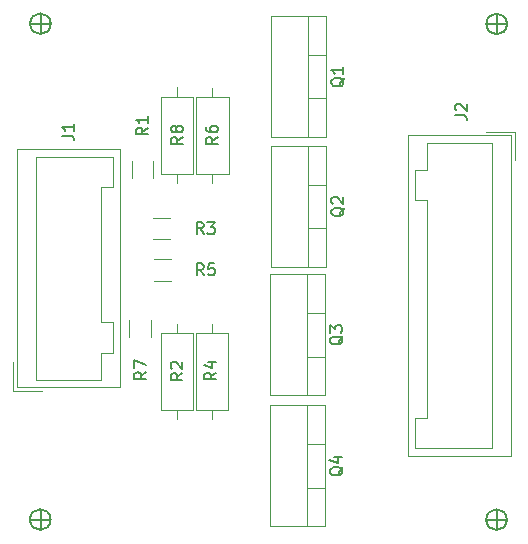
<source format=gbr>
G04 #@! TF.GenerationSoftware,KiCad,Pcbnew,5.1.9*
G04 #@! TF.CreationDate,2021-08-09T17:38:43+02:00*
G04 #@! TF.ProjectId,led_amplifier,6c65645f-616d-4706-9c69-666965722e6b,1*
G04 #@! TF.SameCoordinates,Original*
G04 #@! TF.FileFunction,Legend,Top*
G04 #@! TF.FilePolarity,Positive*
%FSLAX45Y45*%
G04 Gerber Fmt 4.5, Leading zero omitted, Abs format (unit mm)*
G04 Created by KiCad (PCBNEW 5.1.9) date 2021-08-09 17:38:43*
%MOMM*%
%LPD*%
G01*
G04 APERTURE LIST*
%ADD10C,0.150000*%
%ADD11C,0.120000*%
G04 APERTURE END LIST*
D10*
X18280345Y-9900860D02*
G75*
G03*
X18280345Y-9900860I-88025J0D01*
G01*
X18107230Y-9900860D02*
X18278680Y-9900860D01*
X18194860Y-9985950D02*
X18194860Y-9813230D01*
X18279442Y-9899590D02*
G75*
G03*
X18279442Y-9899590I-87122J0D01*
G01*
X14417345Y-9899860D02*
G75*
G03*
X14417345Y-9899860I-88025J0D01*
G01*
X14244230Y-9899860D02*
X14415680Y-9899860D01*
X14331860Y-9984950D02*
X14331860Y-9812230D01*
X14416442Y-9898590D02*
G75*
G03*
X14416442Y-9898590I-87122J0D01*
G01*
X18281345Y-5703860D02*
G75*
G03*
X18281345Y-5703860I-88025J0D01*
G01*
X18108230Y-5703860D02*
X18279680Y-5703860D01*
X18195860Y-5788950D02*
X18195860Y-5616230D01*
X18280442Y-5702590D02*
G75*
G03*
X18280442Y-5702590I-87122J0D01*
G01*
X14245230Y-5701860D02*
X14416680Y-5701860D01*
X14332860Y-5786950D02*
X14332860Y-5614230D01*
X14417442Y-5700590D02*
G75*
G03*
X14417442Y-5700590I-87122J0D01*
G01*
X14418345Y-5701860D02*
G75*
G03*
X14418345Y-5701860I-88025J0D01*
G01*
D11*
X15781020Y-9047620D02*
X15781020Y-8970620D01*
X15781020Y-8239620D02*
X15781020Y-8316620D01*
X15918020Y-8970620D02*
X15918020Y-8316620D01*
X15644020Y-8970620D02*
X15918020Y-8970620D01*
X15644020Y-8316620D02*
X15644020Y-8970620D01*
X15918020Y-8316620D02*
X15644020Y-8316620D01*
X15425536Y-7343580D02*
X15280124Y-7343580D01*
X15425536Y-7525580D02*
X15280124Y-7525580D01*
X16736670Y-8931720D02*
X16736670Y-9955720D01*
X16272570Y-8931720D02*
X16272570Y-9955720D01*
X16736670Y-8931720D02*
X16272570Y-8931720D01*
X16736670Y-9955720D02*
X16272570Y-9955720D01*
X16585670Y-8931720D02*
X16585670Y-9955720D01*
X16736670Y-9258720D02*
X16585670Y-9258720D01*
X16736670Y-9628820D02*
X16585670Y-9628820D01*
X18315220Y-6646320D02*
X17443220Y-6646320D01*
X17443220Y-6646320D02*
X17443220Y-9358320D01*
X17443220Y-9358320D02*
X18315220Y-9358320D01*
X18315220Y-9358320D02*
X18315220Y-6646320D01*
X18154220Y-6707320D02*
X17604220Y-6707320D01*
X17604220Y-6707320D02*
X17604220Y-6937320D01*
X17604220Y-6937320D02*
X17504220Y-6937320D01*
X17504220Y-6937320D02*
X17504220Y-7197320D01*
X17504220Y-7197320D02*
X17604220Y-7197320D01*
X17604220Y-7197320D02*
X17604220Y-9037320D01*
X17604220Y-9037320D02*
X17504220Y-9037320D01*
X17504220Y-9037320D02*
X17504220Y-9297320D01*
X17504220Y-9297320D02*
X18154220Y-9297320D01*
X18154220Y-9297320D02*
X18154220Y-6707320D01*
X18104220Y-6616320D02*
X18345220Y-6616320D01*
X18345220Y-6616320D02*
X18345220Y-6857320D01*
X16749370Y-6333170D02*
X16598370Y-6333170D01*
X16749370Y-5963070D02*
X16598370Y-5963070D01*
X16598370Y-5636070D02*
X16598370Y-6660070D01*
X16749370Y-6660070D02*
X16285270Y-6660070D01*
X16749370Y-5636070D02*
X16285270Y-5636070D01*
X16285270Y-5636070D02*
X16285270Y-6660070D01*
X16749370Y-5636070D02*
X16749370Y-6660070D01*
X16749370Y-7432990D02*
X16598370Y-7432990D01*
X16749370Y-7062890D02*
X16598370Y-7062890D01*
X16598370Y-6735890D02*
X16598370Y-7759890D01*
X16749370Y-7759890D02*
X16285270Y-7759890D01*
X16749370Y-6735890D02*
X16285270Y-6735890D01*
X16285270Y-6735890D02*
X16285270Y-7759890D01*
X16749370Y-6735890D02*
X16749370Y-7759890D01*
X16737160Y-8520670D02*
X16586160Y-8520670D01*
X16737160Y-8150570D02*
X16586160Y-8150570D01*
X16586160Y-7823570D02*
X16586160Y-8847570D01*
X16737160Y-8847570D02*
X16273060Y-8847570D01*
X16737160Y-7823570D02*
X16273060Y-7823570D01*
X16273060Y-7823570D02*
X16273060Y-8847570D01*
X16737160Y-7823570D02*
X16737160Y-8847570D01*
X14130740Y-8777140D02*
X15002740Y-8777140D01*
X15002740Y-8777140D02*
X15002740Y-6765140D01*
X15002740Y-6765140D02*
X14130740Y-6765140D01*
X14130740Y-6765140D02*
X14130740Y-8777140D01*
X14291740Y-8716140D02*
X14841740Y-8716140D01*
X14841740Y-8716140D02*
X14841740Y-8486140D01*
X14841740Y-8486140D02*
X14941740Y-8486140D01*
X14941740Y-8486140D02*
X14941740Y-8226140D01*
X14941740Y-8226140D02*
X14841740Y-8226140D01*
X14841740Y-8226140D02*
X14841740Y-7086140D01*
X14841740Y-7086140D02*
X14941740Y-7086140D01*
X14941740Y-7086140D02*
X14941740Y-6826140D01*
X14941740Y-6826140D02*
X14291740Y-6826140D01*
X14291740Y-6826140D02*
X14291740Y-8716140D01*
X14341740Y-8807140D02*
X14100740Y-8807140D01*
X14100740Y-8807140D02*
X14100740Y-8566140D01*
X15622110Y-8316620D02*
X15348110Y-8316620D01*
X15348110Y-8316620D02*
X15348110Y-8970620D01*
X15348110Y-8970620D02*
X15622110Y-8970620D01*
X15622110Y-8970620D02*
X15622110Y-8316620D01*
X15485110Y-8239620D02*
X15485110Y-8316620D01*
X15485110Y-9047620D02*
X15485110Y-8970620D01*
X15650370Y-6972910D02*
X15924370Y-6972910D01*
X15924370Y-6972910D02*
X15924370Y-6318910D01*
X15924370Y-6318910D02*
X15650370Y-6318910D01*
X15650370Y-6318910D02*
X15650370Y-6972910D01*
X15787370Y-7049910D02*
X15787370Y-6972910D01*
X15787370Y-6241910D02*
X15787370Y-6318910D01*
X15485110Y-6240640D02*
X15485110Y-6317640D01*
X15485110Y-7048640D02*
X15485110Y-6971640D01*
X15348110Y-6317640D02*
X15348110Y-6971640D01*
X15622110Y-6317640D02*
X15348110Y-6317640D01*
X15622110Y-6971640D02*
X15622110Y-6317640D01*
X15348110Y-6971640D02*
X15622110Y-6971640D01*
X15285280Y-6865504D02*
X15285280Y-7010916D01*
X15103280Y-6865504D02*
X15103280Y-7010916D01*
X15433356Y-7878640D02*
X15287944Y-7878640D01*
X15433356Y-7696640D02*
X15287944Y-7696640D01*
X15266230Y-8355846D02*
X15266230Y-8210434D01*
X15084230Y-8355846D02*
X15084230Y-8210434D01*
D10*
X15818828Y-8654287D02*
X15771209Y-8687620D01*
X15818828Y-8711429D02*
X15718828Y-8711429D01*
X15718828Y-8673334D01*
X15723590Y-8663810D01*
X15728352Y-8659048D01*
X15737876Y-8654287D01*
X15752161Y-8654287D01*
X15761685Y-8659048D01*
X15766447Y-8663810D01*
X15771209Y-8673334D01*
X15771209Y-8711429D01*
X15752161Y-8568572D02*
X15818828Y-8568572D01*
X15714066Y-8592382D02*
X15785495Y-8616191D01*
X15785495Y-8554287D01*
X15711333Y-7482238D02*
X15678000Y-7434619D01*
X15654190Y-7482238D02*
X15654190Y-7382238D01*
X15692286Y-7382238D01*
X15701809Y-7387000D01*
X15706571Y-7391762D01*
X15711333Y-7401286D01*
X15711333Y-7415571D01*
X15706571Y-7425095D01*
X15701809Y-7429857D01*
X15692286Y-7434619D01*
X15654190Y-7434619D01*
X15744667Y-7382238D02*
X15806571Y-7382238D01*
X15773238Y-7420333D01*
X15787524Y-7420333D01*
X15797048Y-7425095D01*
X15801809Y-7429857D01*
X15806571Y-7439381D01*
X15806571Y-7463190D01*
X15801809Y-7472714D01*
X15797048Y-7477476D01*
X15787524Y-7482238D01*
X15758952Y-7482238D01*
X15749428Y-7477476D01*
X15744667Y-7472714D01*
X16891432Y-9453244D02*
X16886670Y-9462768D01*
X16877146Y-9472291D01*
X16862860Y-9486577D01*
X16858099Y-9496101D01*
X16858099Y-9505625D01*
X16881908Y-9500863D02*
X16877146Y-9510387D01*
X16867622Y-9519910D01*
X16848575Y-9524672D01*
X16815241Y-9524672D01*
X16796194Y-9519910D01*
X16786670Y-9510387D01*
X16781908Y-9500863D01*
X16781908Y-9481815D01*
X16786670Y-9472291D01*
X16796194Y-9462768D01*
X16815241Y-9458006D01*
X16848575Y-9458006D01*
X16867622Y-9462768D01*
X16877146Y-9472291D01*
X16881908Y-9481815D01*
X16881908Y-9500863D01*
X16815241Y-9372291D02*
X16881908Y-9372291D01*
X16777146Y-9396101D02*
X16848575Y-9419910D01*
X16848575Y-9358006D01*
X17842078Y-6477313D02*
X17913507Y-6477313D01*
X17927792Y-6482075D01*
X17937316Y-6491599D01*
X17942078Y-6505885D01*
X17942078Y-6515408D01*
X17851602Y-6434456D02*
X17846840Y-6429694D01*
X17842078Y-6420170D01*
X17842078Y-6396361D01*
X17846840Y-6386837D01*
X17851602Y-6382075D01*
X17861126Y-6377313D01*
X17870650Y-6377313D01*
X17884935Y-6382075D01*
X17942078Y-6439218D01*
X17942078Y-6377313D01*
X16904132Y-6157594D02*
X16899370Y-6167118D01*
X16889846Y-6176641D01*
X16875560Y-6190927D01*
X16870799Y-6200451D01*
X16870799Y-6209975D01*
X16894608Y-6205213D02*
X16889846Y-6214737D01*
X16880322Y-6224260D01*
X16861275Y-6229022D01*
X16827941Y-6229022D01*
X16808894Y-6224260D01*
X16799370Y-6214737D01*
X16794608Y-6205213D01*
X16794608Y-6186165D01*
X16799370Y-6176641D01*
X16808894Y-6167118D01*
X16827941Y-6162356D01*
X16861275Y-6162356D01*
X16880322Y-6167118D01*
X16889846Y-6176641D01*
X16894608Y-6186165D01*
X16894608Y-6205213D01*
X16894608Y-6067118D02*
X16894608Y-6124260D01*
X16894608Y-6095689D02*
X16794608Y-6095689D01*
X16808894Y-6105213D01*
X16818418Y-6114737D01*
X16823180Y-6124260D01*
X16904132Y-7257414D02*
X16899370Y-7266938D01*
X16889846Y-7276461D01*
X16875560Y-7290747D01*
X16870799Y-7300271D01*
X16870799Y-7309795D01*
X16894608Y-7305033D02*
X16889846Y-7314557D01*
X16880322Y-7324080D01*
X16861275Y-7328842D01*
X16827941Y-7328842D01*
X16808894Y-7324080D01*
X16799370Y-7314557D01*
X16794608Y-7305033D01*
X16794608Y-7285985D01*
X16799370Y-7276461D01*
X16808894Y-7266938D01*
X16827941Y-7262176D01*
X16861275Y-7262176D01*
X16880322Y-7266938D01*
X16889846Y-7276461D01*
X16894608Y-7285985D01*
X16894608Y-7305033D01*
X16804132Y-7224080D02*
X16799370Y-7219318D01*
X16794608Y-7209795D01*
X16794608Y-7185985D01*
X16799370Y-7176461D01*
X16804132Y-7171699D01*
X16813656Y-7166938D01*
X16823180Y-7166938D01*
X16837465Y-7171699D01*
X16894608Y-7228842D01*
X16894608Y-7166938D01*
X16891922Y-8345094D02*
X16887160Y-8354618D01*
X16877636Y-8364141D01*
X16863350Y-8378427D01*
X16858589Y-8387951D01*
X16858589Y-8397475D01*
X16882398Y-8392713D02*
X16877636Y-8402237D01*
X16868112Y-8411760D01*
X16849065Y-8416522D01*
X16815731Y-8416522D01*
X16796684Y-8411760D01*
X16787160Y-8402237D01*
X16782398Y-8392713D01*
X16782398Y-8373665D01*
X16787160Y-8364141D01*
X16796684Y-8354618D01*
X16815731Y-8349856D01*
X16849065Y-8349856D01*
X16868112Y-8354618D01*
X16877636Y-8364141D01*
X16882398Y-8373665D01*
X16882398Y-8392713D01*
X16782398Y-8316522D02*
X16782398Y-8254618D01*
X16820493Y-8287951D01*
X16820493Y-8273665D01*
X16825255Y-8264141D01*
X16830017Y-8259379D01*
X16839541Y-8254618D01*
X16863350Y-8254618D01*
X16872874Y-8259379D01*
X16877636Y-8264141D01*
X16882398Y-8273665D01*
X16882398Y-8302237D01*
X16877636Y-8311760D01*
X16872874Y-8316522D01*
X14510868Y-6650033D02*
X14582297Y-6650033D01*
X14596582Y-6654795D01*
X14606106Y-6664319D01*
X14610868Y-6678605D01*
X14610868Y-6688128D01*
X14610868Y-6550033D02*
X14610868Y-6607176D01*
X14610868Y-6578605D02*
X14510868Y-6578605D01*
X14525154Y-6588128D01*
X14534678Y-6597652D01*
X14539439Y-6607176D01*
X15533238Y-8658667D02*
X15485619Y-8692000D01*
X15533238Y-8715810D02*
X15433238Y-8715810D01*
X15433238Y-8677714D01*
X15438000Y-8668190D01*
X15442762Y-8663429D01*
X15452286Y-8658667D01*
X15466571Y-8658667D01*
X15476095Y-8663429D01*
X15480857Y-8668190D01*
X15485619Y-8677714D01*
X15485619Y-8715810D01*
X15442762Y-8620571D02*
X15438000Y-8615810D01*
X15433238Y-8606286D01*
X15433238Y-8582476D01*
X15438000Y-8572952D01*
X15442762Y-8568190D01*
X15452286Y-8563429D01*
X15461809Y-8563429D01*
X15476095Y-8568190D01*
X15533238Y-8625333D01*
X15533238Y-8563429D01*
X15831338Y-6660037D02*
X15783719Y-6693370D01*
X15831338Y-6717179D02*
X15731338Y-6717179D01*
X15731338Y-6679084D01*
X15736100Y-6669560D01*
X15740862Y-6664798D01*
X15750386Y-6660037D01*
X15764671Y-6660037D01*
X15774195Y-6664798D01*
X15778957Y-6669560D01*
X15783719Y-6679084D01*
X15783719Y-6717179D01*
X15731338Y-6574322D02*
X15731338Y-6593370D01*
X15736100Y-6602894D01*
X15740862Y-6607656D01*
X15755148Y-6617179D01*
X15774195Y-6621941D01*
X15812290Y-6621941D01*
X15821814Y-6617179D01*
X15826576Y-6612418D01*
X15831338Y-6602894D01*
X15831338Y-6583846D01*
X15826576Y-6574322D01*
X15821814Y-6569560D01*
X15812290Y-6564798D01*
X15788481Y-6564798D01*
X15778957Y-6569560D01*
X15774195Y-6574322D01*
X15769433Y-6583846D01*
X15769433Y-6602894D01*
X15774195Y-6612418D01*
X15778957Y-6617179D01*
X15788481Y-6621941D01*
X15536698Y-6660037D02*
X15489079Y-6693370D01*
X15536698Y-6717179D02*
X15436698Y-6717179D01*
X15436698Y-6679084D01*
X15441460Y-6669560D01*
X15446222Y-6664798D01*
X15455746Y-6660037D01*
X15470031Y-6660037D01*
X15479555Y-6664798D01*
X15484317Y-6669560D01*
X15489079Y-6679084D01*
X15489079Y-6717179D01*
X15479555Y-6602894D02*
X15474793Y-6612418D01*
X15470031Y-6617179D01*
X15460508Y-6621941D01*
X15455746Y-6621941D01*
X15446222Y-6617179D01*
X15441460Y-6612418D01*
X15436698Y-6602894D01*
X15436698Y-6583846D01*
X15441460Y-6574322D01*
X15446222Y-6569560D01*
X15455746Y-6564798D01*
X15460508Y-6564798D01*
X15470031Y-6569560D01*
X15474793Y-6574322D01*
X15479555Y-6583846D01*
X15479555Y-6602894D01*
X15484317Y-6612418D01*
X15489079Y-6617179D01*
X15498603Y-6621941D01*
X15517650Y-6621941D01*
X15527174Y-6617179D01*
X15531936Y-6612418D01*
X15536698Y-6602894D01*
X15536698Y-6583846D01*
X15531936Y-6574322D01*
X15527174Y-6569560D01*
X15517650Y-6564798D01*
X15498603Y-6564798D01*
X15489079Y-6569560D01*
X15484317Y-6574322D01*
X15479555Y-6583846D01*
X15239238Y-6581667D02*
X15191619Y-6615000D01*
X15239238Y-6638809D02*
X15139238Y-6638809D01*
X15139238Y-6600714D01*
X15144000Y-6591190D01*
X15148762Y-6586428D01*
X15158286Y-6581667D01*
X15172571Y-6581667D01*
X15182095Y-6586428D01*
X15186857Y-6591190D01*
X15191619Y-6600714D01*
X15191619Y-6638809D01*
X15239238Y-6486428D02*
X15239238Y-6543571D01*
X15239238Y-6515000D02*
X15139238Y-6515000D01*
X15153524Y-6524524D01*
X15163048Y-6534048D01*
X15167809Y-6543571D01*
X15711333Y-7831238D02*
X15678000Y-7783619D01*
X15654190Y-7831238D02*
X15654190Y-7731238D01*
X15692286Y-7731238D01*
X15701809Y-7736000D01*
X15706571Y-7740762D01*
X15711333Y-7750286D01*
X15711333Y-7764571D01*
X15706571Y-7774095D01*
X15701809Y-7778857D01*
X15692286Y-7783619D01*
X15654190Y-7783619D01*
X15801809Y-7731238D02*
X15754190Y-7731238D01*
X15749428Y-7778857D01*
X15754190Y-7774095D01*
X15763714Y-7769333D01*
X15787524Y-7769333D01*
X15797048Y-7774095D01*
X15801809Y-7778857D01*
X15806571Y-7788381D01*
X15806571Y-7812190D01*
X15801809Y-7821714D01*
X15797048Y-7826476D01*
X15787524Y-7831238D01*
X15763714Y-7831238D01*
X15754190Y-7826476D01*
X15749428Y-7821714D01*
X15226238Y-8651667D02*
X15178619Y-8685000D01*
X15226238Y-8708810D02*
X15126238Y-8708810D01*
X15126238Y-8670714D01*
X15131000Y-8661190D01*
X15135762Y-8656429D01*
X15145286Y-8651667D01*
X15159571Y-8651667D01*
X15169095Y-8656429D01*
X15173857Y-8661190D01*
X15178619Y-8670714D01*
X15178619Y-8708810D01*
X15126238Y-8618333D02*
X15126238Y-8551667D01*
X15226238Y-8594524D01*
M02*

</source>
